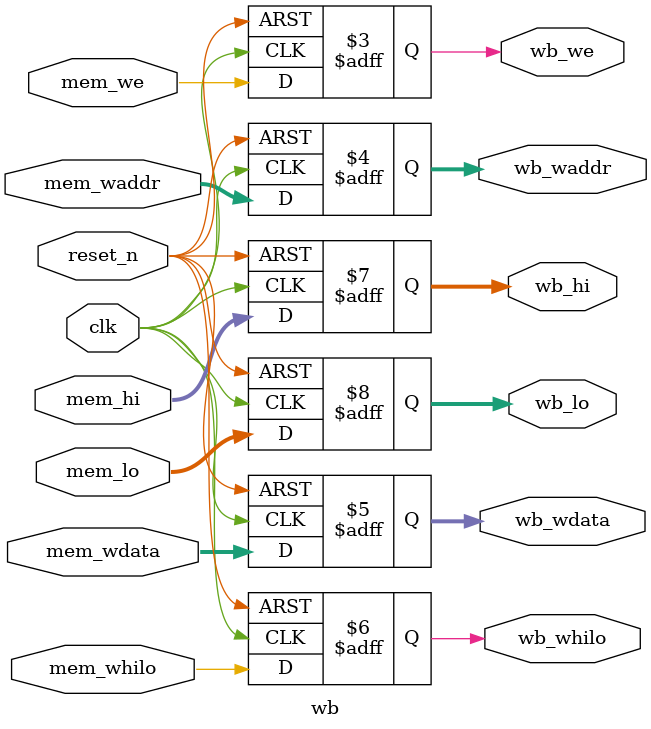
<source format=v>
module wb(clk,reset_n,
	  mem_we,mem_waddr,mem_wdata,mem_whilo,mem_hi,mem_lo,
	  wb_we,wb_waddr,wb_wdata,wb_whilo,wb_hi,wb_lo);
input            clk;
input            reset_n;

/////////////////////////////////
////input from mem
/////////////////////////////////
input            mem_we;
input      [4:0] mem_waddr;
input      [31:0]mem_wdata;
input            mem_whilo;
input      [4:0] mem_hi;
input      [31:0]mem_lo;

/////////////////////////////////
////output to wb
/////////////////////////////////
output reg       wb_we;
output reg [4:0] wb_waddr;
output reg [31:0]wb_wdata;
output reg       wb_whilo;
output reg [4:0] wb_hi;
output reg [31:0]wb_lo;

always @ (posedge clk or negedge reset_n) begin
	if(!reset_n) begin
		wb_we         <= 1'b0;
		wb_waddr[4:0] <= {5{1'b0}};
		wb_wdata[31:0]<= {32{1'b0}};
		wb_whilo      <= 1'b0;
		wb_hi   [4:0] <= {5{1'b0}};
		wb_lo  [31:0] <= {32{1'b0}};
	end else begin
		wb_we         <= mem_we;
		wb_waddr[4:0] <= mem_waddr[4:0];
		wb_wdata[31:0]<= mem_wdata[31:0];
		wb_whilo      <= mem_whilo;
		wb_hi   [4:0] <= mem_hi[4:0];
		wb_lo  [31:0] <= mem_lo[31:0];
	end
end


endmodule

</source>
